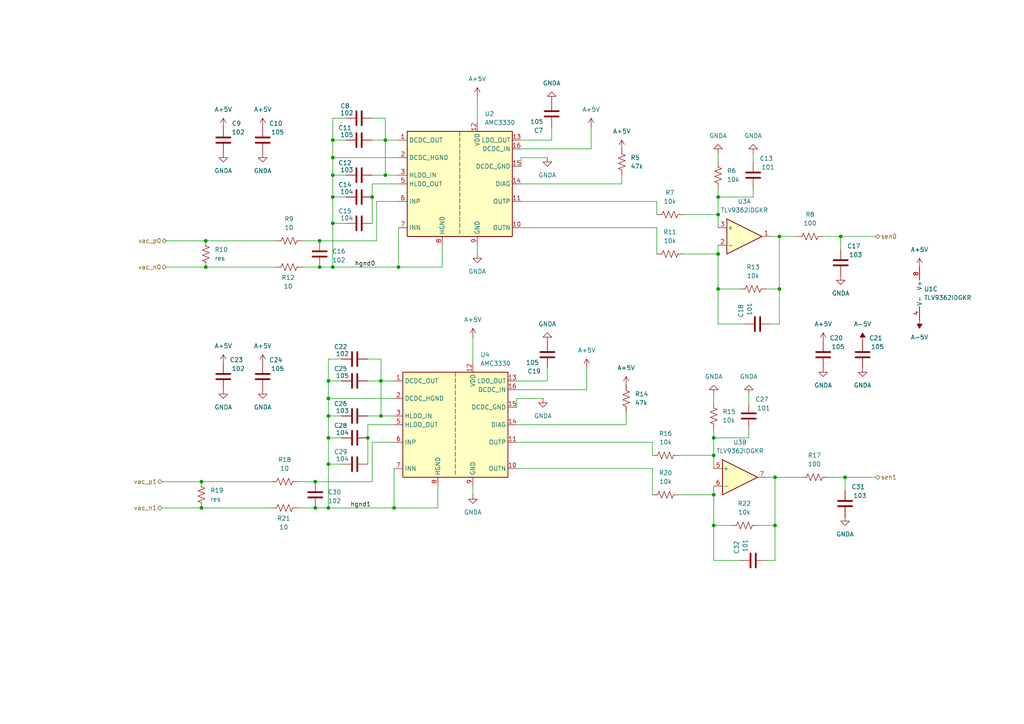
<source format=kicad_sch>
(kicad_sch (version 20250114) (generator "eeschema") (generator_version "9.0")
  (paper "A4")
  (lib_symbols
    (symbol "Isolator_Analog:AMC3330"
      (property "Reference" "U" (at -1.27 22.86 0))
      (property "Value" "AMC3330" (at 0 20.32 0))
      (symbol "AMC3330_0_1"
        (rectangle (start -15.24 15.24) (end 15.24 -15.24) (stroke (width 0.254)) (fill (type background)))
        (polyline (pts (xy 0 15.24) (xy 0 13.97)))
        (polyline (pts (xy 0 13.462) (xy 0 12.192)))
        (polyline (pts (xy 0 11.684) (xy 0 10.414)))
        (polyline (pts (xy 0 9.906) (xy 0 8.636)))
        (polyline (pts (xy 0 8.128) (xy 0 6.858)))
        (polyline (pts (xy 0 6.35) (xy 0 5.08)))
        (polyline (pts (xy 0 4.572) (xy 0 3.302)))
        (polyline (pts (xy 0 2.794) (xy 0 1.524)))
        (polyline (pts (xy 0 1.016) (xy 0 -0.254)))
        (polyline (pts (xy 0 -0.762) (xy 0 -2.032)))
        (polyline (pts (xy 0 -2.54) (xy 0 -3.81)))
        (polyline (pts (xy 0 -4.318) (xy 0 -5.588)))
        (polyline (pts (xy 0 -6.096) (xy 0 -7.366)))
        (polyline (pts (xy 0 -7.874) (xy 0 -9.144)))
        (polyline (pts (xy 0 -9.652) (xy 0 -10.922)))
        (polyline (pts (xy 0 -11.43) (xy 0 -12.7)))
        (polyline (pts (xy 0 -13.208) (xy 0 -14.478)))
      )
      (symbol "AMC3330_1_1"
        (pin power_out line (at -17.78 12.7 0) (length 2.54) (name "DCDC_OUT") (number "1"))
        (pin power_out line (at -17.78 7.62 0) (length 2.54) (name "DCDC_HGND") (number "2"))
        (pin power_in line (at -17.78 2.54 0) (length 2.54) (name "HLDO_IN") (number "3"))
        (pin power_out line (at -17.78 0 0) (length 2.54) (name "HLDO_OUT") (number "5"))
        (pin input line (at -17.78 -5.08 0) (length 2.54) (name "INP") (number "6"))
        (pin input line (at -17.78 -12.7 0) (length 2.54) (name "INN") (number "7"))
        (pin no_connect line (at -7.62 -15.24 90) (length 2.54) (hide yes) (name "NC") (number "4"))
        (pin power_in line (at -5.08 -17.78 90) (length 2.54) (name "HGND") (number "8"))
        (pin power_in line (at 5.08 17.78 270) (length 2.54) (name "VDD") (number "12"))
        (pin power_in line (at 5.08 -17.78 90) (length 2.54) (name "GND") (number "9"))
        (pin power_out line (at 17.78 12.7 180) (length 2.54) (name "LDO_OUT") (number "13"))
        (pin power_in line (at 17.78 10.16 180) (length 2.54) (name "DCDC_IN") (number "16"))
        (pin power_in line (at 17.78 5.08 180) (length 2.54) (name "DCDC_GND") (number "15"))
        (pin output line (at 17.78 0 180) (length 2.54) (name "DIAG") (number "14"))
        (pin output line (at 17.78 -5.08 180) (length 2.54) (name "OUTP") (number "11"))
        (pin output line (at 17.78 -12.7 180) (length 2.54) (name "OUTN") (number "10"))
      )
    )
    (symbol "common:C" (pin_numbers (hide yes)) (pin_names (offset 0.254))
      (property "Reference" "C" (at 0.635 2.54 0))
      (property "Value" "C" (at 0.635 -2.54 0))
      (symbol "C_0_1"
        (polyline (pts (xy -2.032 0.762) (xy 2.032 0.762)) (stroke (width 0.508)))
        (polyline (pts (xy -2.032 -0.762) (xy 2.032 -0.762)) (stroke (width 0.508)))
      )
      (symbol "C_1_1"
        (pin passive line (at 0 3.81 270) (length 2.794) (name "~") (number "1"))
        (pin passive line (at 0 -3.81 90) (length 2.794) (name "~") (number "2"))
      )
    )
    (symbol "common:OPAMP_2CH" (pin_names (offset 0.127))
      (property "Reference" "U" (at 0 5.08 0))
      (property "Value" "OPAMP_2CH" (at 0 -5.08 0))
      (symbol "OPAMP_2CH_1_1"
        (polyline (pts (xy -5.08 5.08) (xy 5.08 0) (xy -5.08 -5.08) (xy -5.08 5.08)) (stroke (width 0.254)) (fill (type background)))
        (pin input line (at -7.62 2.54 0) (length 2.54) (name "+") (number "3"))
        (pin input line (at -7.62 -2.54 0) (length 2.54) (name "-") (number "2"))
        (pin output line (at 7.62 0 180) (length 2.54) (name "~") (number "1"))
      )
      (symbol "OPAMP_2CH_2_1"
        (polyline (pts (xy -5.08 5.08) (xy 5.08 0) (xy -5.08 -5.08) (xy -5.08 5.08)) (stroke (width 0.254)) (fill (type background)))
        (pin input line (at -7.62 2.54 0) (length 2.54) (name "+") (number "5"))
        (pin input line (at -7.62 -2.54 0) (length 2.54) (name "-") (number "6"))
        (pin output line (at 7.62 0 180) (length 2.54) (name "~") (number "7"))
      )
      (symbol "OPAMP_2CH_3_1"
        (pin power_in line (at -2.54 7.62 270) (length 3.81) (name "V+") (number "8"))
        (pin power_in line (at -2.54 -7.62 90) (length 3.81) (name "V-") (number "4"))
      )
    )
    (symbol "common:R_US" (pin_numbers (hide yes)) (pin_names (offset 0))
      (property "Reference" "R" (at 2.54 0 90))
      (property "Value" "R_US" (at -2.54 0 90))
      (symbol "R_US_0_1"
        (polyline (pts (xy 0 2.286) (xy 0 2.54)))
        (polyline (pts (xy 0 2.286) (xy 1.016 1.905) (xy 0 1.524) (xy -1.016 1.143) (xy 0 0.762)))
        (polyline (pts (xy 0 0.762) (xy 1.016 0.381) (xy 0 0) (xy -1.016 -0.381) (xy 0 -0.762)))
        (polyline (pts (xy 0 -0.762) (xy 1.016 -1.143) (xy 0 -1.524) (xy -1.016 -1.905) (xy 0 -2.286)))
        (polyline (pts (xy 0 -2.286) (xy 0 -2.54)))
      )
      (symbol "R_US_1_1"
        (pin passive line (at 0 3.81 270) (length 1.27) (name "~") (number "1"))
        (pin passive line (at 0 -3.81 90) (length 1.27) (name "~") (number "2"))
      )
    )
    (symbol "power:+5V" (power) (pin_numbers (hide yes)) (pin_names (offset 0) (hide yes))
      (property "Value" "+5V" (at 0 3.556 0))
      (symbol "+5V_0_1"
        (polyline (pts (xy -0.762 1.27) (xy 0 2.54)))
        (polyline (pts (xy 0 2.54) (xy 0.762 1.27)))
        (polyline (pts (xy 0 0) (xy 0 2.54)))
      )
      (symbol "+5V_1_1"
        (pin power_in line (at 0 0 90) (length 0) (name "~") (number "1"))
      )
    )
    (symbol "power:-5V" (power) (pin_numbers (hide yes)) (pin_names (offset 0) (hide yes))
      (property "Value" "-5V" (at 0 3.556 0))
      (symbol "-5V_0_0"
        (pin power_in line (at 0 0 90) (length 0) (name "~") (number "1"))
      )
      (symbol "-5V_0_1"
        (polyline (pts (xy 0 0) (xy 0 1.27) (xy 0.762 1.27) (xy 0 2.54) (xy -0.762 1.27) (xy 0 1.27)) (fill (type outline)))
      )
    )
    (symbol "power:GNDA" (power) (pin_numbers (hide yes)) (pin_names (offset 0) (hide yes))
      (property "Value" "GNDA" (at 0 -3.81 0))
      (symbol "GNDA_0_1"
        (polyline (pts (xy 0 0) (xy 0 -1.27) (xy 1.27 -1.27) (xy 0 -2.54) (xy -1.27 -1.27) (xy 0 -1.27)))
      )
      (symbol "GNDA_1_1"
        (pin power_in line (at 0 0 270) (length 0) (name "~") (number "1"))
      )
    )
  )
  (junction (at 207.01 127))
  (junction (at 59.69 77.47))
  (junction (at 59.69 69.85))
  (junction (at 207.01 132.08))
  (junction (at 96.52 57.15))
  (junction (at 96.52 77.47))
  (junction (at 91.44 139.7))
  (junction (at 95.25 110.49))
  (junction (at 58.42 139.7))
  (junction (at 92.71 69.85))
  (junction (at 224.79 138.43))
  (junction (at 111.76 50.8))
  (junction (at 95.25 134.62))
  (junction (at 226.06 83.82))
  (junction (at 95.25 115.57))
  (junction (at 243.84 68.58))
  (junction (at 92.71 77.47))
  (junction (at 110.49 120.65))
  (junction (at 96.52 50.8))
  (junction (at 245.11 138.43))
  (junction (at 107.95 57.15))
  (junction (at 114.3 147.32))
  (junction (at 115.57 77.47))
  (junction (at 208.28 83.82))
  (junction (at 111.76 40.64))
  (junction (at 95.25 120.65))
  (junction (at 96.52 64.77))
  (junction (at 58.42 147.32))
  (junction (at 224.79 152.4))
  (junction (at 110.49 110.49))
  (junction (at 208.28 73.66))
  (junction (at 96.52 45.72))
  (junction (at 207.01 152.4))
  (junction (at 91.44 147.32))
  (junction (at 96.52 40.64))
  (junction (at 95.25 127))
  (junction (at 208.28 57.15))
  (junction (at 207.01 143.51))
  (junction (at 106.68 127))
  (junction (at 208.28 62.23))
  (junction (at 226.06 68.58))
  (junction (at 95.25 147.32))
  (wire (pts (xy 207.01 114.3) (xy 207.01 116.84)))
  (wire (pts (xy 219.71 152.4) (xy 224.79 152.4)))
  (wire (pts (xy 149.86 128.27) (xy 189.23 128.27)))
  (wire (pts (xy 86.36 147.32) (xy 91.44 147.32)))
  (wire (pts (xy 100.33 64.77) (xy 96.52 64.77)))
  (wire (pts (xy 190.5 66.04) (xy 190.5 73.66)))
  (wire (pts (xy 95.25 120.65) (xy 95.25 115.57)))
  (wire (pts (xy 96.52 64.77) (xy 96.52 57.15)))
  (wire (pts (xy 218.44 44.45) (xy 218.44 46.99)))
  (wire (pts (xy 137.16 140.97) (xy 137.16 143.51)))
  (wire (pts (xy 245.11 138.43) (xy 254 138.43)))
  (wire (pts (xy 128.27 71.12) (xy 128.27 77.47)))
  (wire (pts (xy 58.42 147.32) (xy 78.74 147.32)))
  (wire (pts (xy 95.25 127) (xy 95.25 120.65)))
  (wire (pts (xy 226.06 68.58) (xy 231.14 68.58)))
  (wire (pts (xy 107.95 53.34) (xy 107.95 57.15)))
  (wire (pts (xy 151.13 40.64) (xy 160.02 40.64)))
  (wire (pts (xy 190.5 58.42) (xy 190.5 62.23)))
  (wire (pts (xy 226.06 93.98) (xy 226.06 83.82)))
  (wire (pts (xy 91.44 139.7) (xy 107.95 139.7)))
  (wire (pts (xy 224.79 138.43) (xy 232.41 138.43)))
  (wire (pts (xy 86.36 139.7) (xy 91.44 139.7)))
  (wire (pts (xy 215.9 93.98) (xy 208.28 93.98)))
  (wire (pts (xy 151.13 45.72) (xy 151.13 48.26)))
  (wire (pts (xy 95.25 104.14) (xy 95.25 110.49)))
  (wire (pts (xy 107.95 57.15) (xy 107.95 64.77)))
  (wire (pts (xy 137.16 97.79) (xy 137.16 105.41)))
  (wire (pts (xy 149.86 113.03) (xy 170.18 113.03)))
  (wire (pts (xy 151.13 53.34) (xy 180.34 53.34)))
  (wire (pts (xy 180.34 50.8) (xy 180.34 53.34)))
  (wire (pts (xy 214.63 162.56) (xy 207.01 162.56)))
  (wire (pts (xy 96.52 40.64) (xy 100.33 40.64)))
  (wire (pts (xy 111.76 50.8) (xy 115.57 50.8)))
  (wire (pts (xy 196.85 132.08) (xy 207.01 132.08)))
  (wire (pts (xy 110.49 104.14) (xy 110.49 110.49)))
  (wire (pts (xy 208.28 44.45) (xy 208.28 46.99)))
  (wire (pts (xy 198.12 73.66) (xy 208.28 73.66)))
  (wire (pts (xy 222.25 162.56) (xy 224.79 162.56)))
  (wire (pts (xy 96.52 45.72) (xy 96.52 40.64)))
  (wire (pts (xy 196.85 143.51) (xy 207.01 143.51)))
  (wire (pts (xy 217.17 124.46) (xy 217.17 127)))
  (wire (pts (xy 114.3 135.89) (xy 114.3 147.32)))
  (wire (pts (xy 208.28 62.23) (xy 208.28 66.04)))
  (wire (pts (xy 111.76 34.29) (xy 111.76 40.64)))
  (wire (pts (xy 100.33 50.8) (xy 96.52 50.8)))
  (wire (pts (xy 171.45 43.18) (xy 171.45 36.83)))
  (wire (pts (xy 149.86 123.19) (xy 181.61 123.19)))
  (wire (pts (xy 100.33 34.29) (xy 96.52 34.29)))
  (wire (pts (xy 95.25 147.32) (xy 114.3 147.32)))
  (wire (pts (xy 245.11 138.43) (xy 245.11 142.24)))
  (wire (pts (xy 223.52 93.98) (xy 226.06 93.98)))
  (wire (pts (xy 115.57 53.34) (xy 107.95 53.34)))
  (wire (pts (xy 224.79 162.56) (xy 224.79 152.4)))
  (wire (pts (xy 207.01 132.08) (xy 207.01 135.89)))
  (wire (pts (xy 115.57 58.42) (xy 109.22 58.42)))
  (wire (pts (xy 207.01 152.4) (xy 207.01 143.51)))
  (wire (pts (xy 207.01 143.51) (xy 207.01 140.97)))
  (wire (pts (xy 46.99 139.7) (xy 58.42 139.7)))
  (wire (pts (xy 106.68 120.65) (xy 110.49 120.65)))
  (wire (pts (xy 151.13 58.42) (xy 190.5 58.42)))
  (wire (pts (xy 158.75 110.49) (xy 158.75 106.68)))
  (wire (pts (xy 96.52 64.77) (xy 96.52 77.47)))
  (wire (pts (xy 207.01 162.56) (xy 207.01 152.4)))
  (wire (pts (xy 96.52 50.8) (xy 96.52 45.72)))
  (wire (pts (xy 224.79 152.4) (xy 224.79 138.43)))
  (wire (pts (xy 208.28 57.15) (xy 208.28 62.23)))
  (wire (pts (xy 208.28 83.82) (xy 208.28 73.66)))
  (wire (pts (xy 95.25 115.57) (xy 95.25 110.49)))
  (wire (pts (xy 138.43 27.94) (xy 138.43 35.56)))
  (wire (pts (xy 198.12 62.23) (xy 208.28 62.23)))
  (wire (pts (xy 99.06 104.14) (xy 95.25 104.14)))
  (wire (pts (xy 48.26 69.85) (xy 59.69 69.85)))
  (wire (pts (xy 149.86 115.57) (xy 149.86 118.11)))
  (wire (pts (xy 243.84 68.58) (xy 254 68.58)))
  (wire (pts (xy 95.25 110.49) (xy 99.06 110.49)))
  (wire (pts (xy 58.42 139.7) (xy 78.74 139.7)))
  (wire (pts (xy 110.49 120.65) (xy 114.3 120.65)))
  (wire (pts (xy 151.13 45.72) (xy 158.75 45.72)))
  (wire (pts (xy 151.13 66.04) (xy 190.5 66.04)))
  (wire (pts (xy 110.49 110.49) (xy 114.3 110.49)))
  (wire (pts (xy 189.23 135.89) (xy 189.23 143.51)))
  (wire (pts (xy 107.95 40.64) (xy 111.76 40.64)))
  (wire (pts (xy 96.52 57.15) (xy 96.52 50.8)))
  (wire (pts (xy 218.44 57.15) (xy 208.28 57.15)))
  (wire (pts (xy 107.95 128.27) (xy 107.95 139.7)))
  (wire (pts (xy 91.44 147.32) (xy 95.25 147.32)))
  (wire (pts (xy 208.28 93.98) (xy 208.28 83.82)))
  (wire (pts (xy 99.06 120.65) (xy 95.25 120.65)))
  (wire (pts (xy 95.25 127) (xy 99.06 127)))
  (wire (pts (xy 115.57 45.72) (xy 96.52 45.72)))
  (wire (pts (xy 107.95 50.8) (xy 111.76 50.8)))
  (wire (pts (xy 214.63 83.82) (xy 208.28 83.82)))
  (wire (pts (xy 106.68 127) (xy 106.68 134.62)))
  (wire (pts (xy 218.44 54.61) (xy 218.44 57.15)))
  (wire (pts (xy 114.3 128.27) (xy 107.95 128.27)))
  (wire (pts (xy 128.27 77.47) (xy 115.57 77.47)))
  (wire (pts (xy 160.02 40.64) (xy 160.02 36.83)))
  (wire (pts (xy 46.99 147.32) (xy 58.42 147.32)))
  (wire (pts (xy 95.25 134.62) (xy 95.25 147.32)))
  (wire (pts (xy 59.69 69.85) (xy 80.01 69.85)))
  (wire (pts (xy 106.68 123.19) (xy 106.68 127)))
  (wire (pts (xy 106.68 110.49) (xy 110.49 110.49)))
  (wire (pts (xy 226.06 83.82) (xy 226.06 68.58)))
  (wire (pts (xy 149.86 135.89) (xy 189.23 135.89)))
  (wire (pts (xy 217.17 127) (xy 207.01 127)))
  (wire (pts (xy 226.06 68.58) (xy 223.52 68.58)))
  (wire (pts (xy 138.43 71.12) (xy 138.43 73.66)))
  (wire (pts (xy 111.76 40.64) (xy 111.76 50.8)))
  (wire (pts (xy 109.22 58.42) (xy 109.22 69.85)))
  (wire (pts (xy 208.28 54.61) (xy 208.28 57.15)))
  (wire (pts (xy 92.71 69.85) (xy 109.22 69.85)))
  (wire (pts (xy 149.86 115.57) (xy 157.48 115.57)))
  (wire (pts (xy 151.13 43.18) (xy 171.45 43.18)))
  (wire (pts (xy 208.28 73.66) (xy 208.28 71.12)))
  (wire (pts (xy 217.17 114.3) (xy 217.17 116.84)))
  (wire (pts (xy 106.68 104.14) (xy 110.49 104.14)))
  (wire (pts (xy 181.61 119.38) (xy 181.61 123.19)))
  (wire (pts (xy 96.52 34.29) (xy 96.52 40.64)))
  (wire (pts (xy 107.95 34.29) (xy 111.76 34.29)))
  (wire (pts (xy 59.69 77.47) (xy 80.01 77.47)))
  (wire (pts (xy 99.06 134.62) (xy 95.25 134.62)))
  (wire (pts (xy 207.01 124.46) (xy 207.01 127)))
  (wire (pts (xy 96.52 57.15) (xy 100.33 57.15)))
  (wire (pts (xy 95.25 134.62) (xy 95.25 127)))
  (wire (pts (xy 96.52 77.47) (xy 115.57 77.47)))
  (wire (pts (xy 48.26 77.47) (xy 59.69 77.47)))
  (wire (pts (xy 115.57 66.04) (xy 115.57 77.47)))
  (wire (pts (xy 114.3 123.19) (xy 106.68 123.19)))
  (wire (pts (xy 243.84 68.58) (xy 243.84 72.39)))
  (wire (pts (xy 114.3 115.57) (xy 95.25 115.57)))
  (wire (pts (xy 111.76 40.64) (xy 115.57 40.64)))
  (wire (pts (xy 127 140.97) (xy 127 147.32)))
  (wire (pts (xy 212.09 152.4) (xy 207.01 152.4)))
  (wire (pts (xy 207.01 127) (xy 207.01 132.08)))
  (wire (pts (xy 87.63 77.47) (xy 92.71 77.47)))
  (wire (pts (xy 240.03 138.43) (xy 245.11 138.43)))
  (wire (pts (xy 189.23 128.27) (xy 189.23 132.08)))
  (wire (pts (xy 222.25 83.82) (xy 226.06 83.82)))
  (wire (pts (xy 170.18 113.03) (xy 170.18 106.68)))
  (wire (pts (xy 224.79 138.43) (xy 222.25 138.43)))
  (wire (pts (xy 87.63 69.85) (xy 92.71 69.85)))
  (wire (pts (xy 149.86 110.49) (xy 158.75 110.49)))
  (wire (pts (xy 110.49 110.49) (xy 110.49 120.65)))
  (wire (pts (xy 92.71 77.47) (xy 96.52 77.47)))
  (wire (pts (xy 127 147.32) (xy 114.3 147.32)))
  (wire (pts (xy 238.76 68.58) (xy 243.84 68.58)))
  (label "hgnd0" (at 102.87 77.47 0))
  (label "hgnd1" (at 101.6 147.32 0))
  (hierarchical_label "vac_n0" (shape bidirectional) (at 48.26 77.47 180))
  (hierarchical_label "vac_p1" (shape bidirectional) (at 46.99 139.7 180))
  (hierarchical_label "vac_p0" (shape bidirectional) (at 48.26 69.85 180))
  (hierarchical_label "vac_n1" (shape bidirectional) (at 46.99 147.32 180))
  (hierarchical_label "sen1" (shape bidirectional) (at 254 138.43 0))
  (hierarchical_label "sen0" (shape bidirectional) (at 254 68.58 0))
  (symbol (lib_id "common:R_US") (at 58.42 143.51 180) (unit 1)
    (property "Reference" "R19" (at 60.96 142.2399 0) (effects (justify right)))
    (property "Value" "res" (at 60.96 144.7799 0) (effects (justify right)))
    (property "Footprint" "Resistor_SMD:R_0603_1608Metric" (effects (hide yes)))
    (property "Description" "Resistor, US symbol" (effects (hide yes)))
  )
  (symbol (lib_id "common:C") (at 104.14 57.15 90) (unit 1)
    (property "Reference" "C14" (at 100.076 53.594 90))
    (property "Value" "104" (at 100.584 55.626 90))
    (property "Footprint" "Capacitor_SMD:C_0603_1608Metric" (effects (hide yes)))
    (property "Description" "Unpolarized capacitor" (effects (hide yes)))
    (property "Part Number" "any" (effects (hide yes)))
    (property "Manufacturer" "any" (effects (hide yes)))
  )
  (symbol (lib_id "common:C") (at 218.44 50.8 0) (unit 1)
    (property "Reference" "C13" (at 222.25 45.974 0))
    (property "Value" "101" (at 222.758 48.514 0))
    (property "Footprint" "Capacitor_SMD:C_0603_1608Metric" (effects (hide yes)))
    (property "Description" "Unpolarized capacitor" (effects (hide yes)))
    (property "Part Number" "any" (effects (hide yes)))
    (property "Manufacturer" "any" (effects (hide yes)))
  )
  (symbol (lib_id "common:R_US") (at 194.31 62.23 90) (unit 1)
    (property "Reference" "R7" (at 194.31 55.88 90))
    (property "Value" "10k" (at 194.31 58.42 90))
    (property "Footprint" "Resistor_SMD:R_0603_1608Metric" (effects (hide yes)))
    (property "Description" "Resistor, US symbol" (effects (hide yes)))
  )
  (symbol (lib_id "common:R_US") (at 83.82 69.85 90) (unit 1)
    (property "Reference" "R9" (at 83.82 63.5 90))
    (property "Value" "10" (at 83.82 66.04 90))
    (property "Footprint" "Resistor_SMD:R_0603_1608Metric" (effects (hide yes)))
    (property "Description" "Resistor, US symbol" (effects (hide yes)))
  )
  (symbol (lib_id "common:C") (at 238.76 102.87 0) (unit 1)
    (property "Reference" "C20" (at 242.57 98.044 0))
    (property "Value" "105" (at 243.078 100.584 0))
    (property "Footprint" "Capacitor_SMD:C_0603_1608Metric" (effects (hide yes)))
    (property "Description" "Unpolarized capacitor" (effects (hide yes)))
    (property "Part Number" "any" (effects (hide yes)))
    (property "Manufacturer" "any" (effects (hide yes)))
  )
  (symbol (lib_id "power:GNDA") (at 208.28 44.45 180) (unit 1)
    (property "Reference" "#PWR026" (effects (hide yes)))
    (property "Value" "GNDA" (at 208.28 39.37 0))
    (property "Description" "Power symbol creates a global label with name \"GNDA\" , analog ground" (effects (hide yes)))
  )
  (symbol (lib_id "common:R_US") (at 218.44 83.82 90) (unit 1)
    (property "Reference" "R13" (at 218.44 77.47 90))
    (property "Value" "10k" (at 218.44 80.01 90))
    (property "Footprint" "Resistor_SMD:R_0603_1608Metric" (effects (hide yes)))
    (property "Description" "Resistor, US symbol" (effects (hide yes)))
  )
  (symbol (lib_id "power:GNDA") (at 217.17 114.3 180) (unit 1)
    (property "Reference" "#PWR046" (effects (hide yes)))
    (property "Value" "GNDA" (at 217.17 109.22 0))
    (property "Description" "Power symbol creates a global label with name \"GNDA\" , analog ground" (effects (hide yes)))
  )
  (symbol (lib_id "common:C") (at 76.2 109.22 0) (unit 1)
    (property "Reference" "C24" (at 80.01 104.394 0))
    (property "Value" "105" (at 80.518 106.934 0))
    (property "Footprint" "Capacitor_SMD:C_0603_1608Metric" (effects (hide yes)))
    (property "Description" "Unpolarized capacitor" (effects (hide yes)))
    (property "Part Number" "any" (effects (hide yes)))
    (property "Manufacturer" "any" (effects (hide yes)))
  )
  (symbol (lib_id "power:+5V") (at 171.45 36.83 0) (unit 1)
    (property "Reference" "#PWR022" (effects (hide yes)))
    (property "Value" "A+5V" (at 171.45 31.75 0))
    (property "Description" "Power symbol creates a global label with name \"+5V\"" (effects (hide yes)))
  )
  (symbol (lib_id "Isolator_Analog:AMC3330") (at 133.35 53.34 0) (unit 1)
    (property "Reference" "U2" (at 140.5733 33.02 0) (effects (justify left)))
    (property "Value" "AMC3330" (at 140.5733 35.56 0) (effects (justify left)))
    (property "Footprint" "Package_SO:SOIC-16W_7.5x10.3mm_P1.27mm" (effects (hide yes)))
    (property "Datasheet" "https://www.ti.com/lit/ds/symlink/amc3330.pdf" (effects (hide yes)))
    (property "Description" "Reinforced Isolated Amplifier With Integrated DC/DC Converter, SOIC-16W" (effects (hide yes)))
  )
  (symbol (lib_id "power:+5V") (at 64.77 36.83 0) (unit 1)
    (property "Reference" "#PWR020" (effects (hide yes)))
    (property "Value" "A+5V" (at 64.77 31.75 0))
    (property "Description" "Power symbol creates a global label with name \"+5V\"" (effects (hide yes)))
  )
  (symbol (lib_id "common:C") (at 104.14 34.29 90) (unit 1)
    (property "Reference" "C8" (at 100.076 30.734 90))
    (property "Value" "102" (at 100.584 32.766 90))
    (property "Footprint" "Capacitor_SMD:C_0603_1608Metric" (effects (hide yes)))
    (property "Description" "Unpolarized capacitor" (effects (hide yes)))
    (property "Part Number" "any" (effects (hide yes)))
    (property "Manufacturer" "any" (effects (hide yes)))
  )
  (symbol (lib_id "power:+5V") (at 180.34 43.18 0) (unit 1)
    (property "Reference" "#PWR023" (effects (hide yes)))
    (property "Value" "A+5V" (at 180.34 38.1 0))
    (property "Description" "Power symbol creates a global label with name \"+5V\"" (effects (hide yes)))
  )
  (symbol (lib_id "common:R_US") (at 82.55 139.7 90) (unit 1)
    (property "Reference" "R18" (at 82.55 133.35 90))
    (property "Value" "10" (at 82.55 135.89 90))
    (property "Footprint" "Resistor_SMD:R_0603_1608Metric" (effects (hide yes)))
    (property "Description" "Resistor, US symbol" (effects (hide yes)))
  )
  (symbol (lib_id "power:GNDA") (at 160.02 29.21 180) (unit 1)
    (property "Reference" "#PWR019" (effects (hide yes)))
    (property "Value" "GNDA" (at 160.02 24.13 0))
    (property "Description" "Power symbol creates a global label with name \"GNDA\" , analog ground" (effects (hide yes)))
  )
  (symbol (lib_id "common:C") (at 91.44 143.51 180) (unit 1)
    (property "Reference" "C30" (at 97.028 142.748 0))
    (property "Value" "102" (at 97.028 145.288 0))
    (property "Footprint" "Capacitor_SMD:C_0603_1608Metric" (effects (hide yes)))
    (property "Description" "Unpolarized capacitor" (effects (hide yes)))
    (property "Part Number" "any" (effects (hide yes)))
    (property "Manufacturer" "any" (effects (hide yes)))
  )
  (symbol (lib_id "common:R_US") (at 83.82 77.47 90) (unit 1)
    (property "Reference" "R12" (at 83.566 80.518 90))
    (property "Value" "10" (at 83.566 83.058 90))
    (property "Footprint" "Resistor_SMD:R_0603_1608Metric" (effects (hide yes)))
    (property "Description" "Resistor, US symbol" (effects (hide yes)))
  )
  (symbol (lib_id "common:R_US") (at 181.61 115.57 0) (unit 1)
    (property "Reference" "R14" (at 184.15 114.2999 0) (effects (justify left)))
    (property "Value" "47k" (at 184.15 116.8399 0) (effects (justify left)))
    (property "Footprint" "Resistor_SMD:R_0603_1608Metric" (effects (hide yes)))
    (property "Description" "Resistor, US symbol" (effects (hide yes)))
  )
  (symbol (lib_id "common:C") (at 104.14 40.64 90) (unit 1)
    (property "Reference" "C11" (at 100.076 37.084 90))
    (property "Value" "105" (at 100.584 39.116 90))
    (property "Footprint" "Capacitor_SMD:C_0603_1608Metric" (effects (hide yes)))
    (property "Description" "Unpolarized capacitor" (effects (hide yes)))
    (property "Part Number" "any" (effects (hide yes)))
    (property "Manufacturer" "any" (effects (hide yes)))
  )
  (symbol (lib_id "power:+5V") (at 137.16 97.79 0) (unit 1)
    (property "Reference" "#PWR033" (effects (hide yes)))
    (property "Value" "A+5V" (at 137.16 92.71 0))
    (property "Description" "Power symbol creates a global label with name \"+5V\"" (effects (hide yes)))
  )
  (symbol (lib_id "power:-5V") (at 250.19 99.06 0) (unit 1)
    (property "Reference" "#PWR036" (effects (hide yes)))
    (property "Value" "A-5V" (at 250.19 93.98 0))
    (property "Description" "Power symbol creates a global label with name \"-5V\"" (effects (hide yes)))
  )
  (symbol (lib_id "power:GNDA") (at 157.48 115.57 0) (unit 1)
    (property "Reference" "#PWR047" (effects (hide yes)))
    (property "Value" "GNDA" (at 157.48 120.65 0))
    (property "Description" "Power symbol creates a global label with name \"GNDA\" , analog ground" (effects (hide yes)))
  )
  (symbol (lib_id "common:C") (at 102.87 104.14 90) (unit 1)
    (property "Reference" "C22" (at 98.806 100.584 90))
    (property "Value" "102" (at 99.314 102.616 90))
    (property "Footprint" "Capacitor_SMD:C_0603_1608Metric" (effects (hide yes)))
    (property "Description" "Unpolarized capacitor" (effects (hide yes)))
    (property "Part Number" "any" (effects (hide yes)))
    (property "Manufacturer" "any" (effects (hide yes)))
  )
  (symbol (lib_id "common:C") (at 102.87 110.49 90) (unit 1)
    (property "Reference" "C25" (at 98.806 106.934 90))
    (property "Value" "105" (at 99.314 108.966 90))
    (property "Footprint" "Capacitor_SMD:C_0603_1608Metric" (effects (hide yes)))
    (property "Description" "Unpolarized capacitor" (effects (hide yes)))
    (property "Part Number" "any" (effects (hide yes)))
    (property "Manufacturer" "any" (effects (hide yes)))
  )
  (symbol (lib_id "Isolator_Analog:AMC3330") (at 132.08 123.19 0) (unit 1)
    (property "Reference" "U4" (at 139.3033 102.87 0) (effects (justify left)))
    (property "Value" "AMC3330" (at 139.3033 105.41 0) (effects (justify left)))
    (property "Footprint" "Package_SO:SOIC-16W_7.5x10.3mm_P1.27mm" (effects (hide yes)))
    (property "Datasheet" "https://www.ti.com/lit/ds/symlink/amc3330.pdf" (effects (hide yes)))
    (property "Description" "Reinforced Isolated Amplifier With Integrated DC/DC Converter, SOIC-16W" (effects (hide yes)))
  )
  (symbol (lib_id "common:R_US") (at 207.01 120.65 180) (unit 1)
    (property "Reference" "R15" (at 209.55 119.3799 0) (effects (justify right)))
    (property "Value" "10k" (at 209.55 121.9199 0) (effects (justify right)))
    (property "Footprint" "Resistor_SMD:R_0603_1608Metric" (effects (hide yes)))
    (property "Description" "Resistor, US symbol" (effects (hide yes)))
  )
  (symbol (lib_id "common:C") (at 64.77 109.22 0) (unit 1)
    (property "Reference" "C23" (at 68.58 104.394 0))
    (property "Value" "102" (at 69.088 106.934 0))
    (property "Footprint" "Capacitor_SMD:C_0603_1608Metric" (effects (hide yes)))
    (property "Description" "Unpolarized capacitor" (effects (hide yes)))
    (property "Part Number" "any" (effects (hide yes)))
    (property "Manufacturer" "any" (effects (hide yes)))
  )
  (symbol (lib_id "common:C") (at 158.75 102.87 180) (unit 1)
    (property "Reference" "C19" (at 154.94 107.696 0))
    (property "Value" "105" (at 154.432 105.156 0))
    (property "Footprint" "Capacitor_SMD:C_0603_1608Metric" (effects (hide yes)))
    (property "Description" "Unpolarized capacitor" (effects (hide yes)))
    (property "Part Number" "any" (effects (hide yes)))
    (property "Manufacturer" "any" (effects (hide yes)))
  )
  (symbol (lib_id "common:R_US") (at 236.22 138.43 90) (unit 1)
    (property "Reference" "R17" (at 236.22 132.08 90))
    (property "Value" "100" (at 236.22 134.62 90))
    (property "Footprint" "Resistor_SMD:R_0603_1608Metric" (effects (hide yes)))
    (property "Description" "Resistor, US symbol" (effects (hide yes)))
  )
  (symbol (lib_id "common:C") (at 243.84 76.2 0) (unit 1)
    (property "Reference" "C17" (at 247.65 71.374 0))
    (property "Value" "103" (at 248.158 73.914 0))
    (property "Footprint" "Capacitor_SMD:C_0603_1608Metric" (effects (hide yes)))
    (property "Description" "Unpolarized capacitor" (effects (hide yes)))
    (property "Part Number" "any" (effects (hide yes)))
    (property "Manufacturer" "any" (effects (hide yes)))
  )
  (symbol (lib_id "common:C") (at 76.2 40.64 0) (unit 1)
    (property "Reference" "C10" (at 80.01 35.814 0))
    (property "Value" "105" (at 80.518 38.354 0))
    (property "Footprint" "Capacitor_SMD:C_0603_1608Metric" (effects (hide yes)))
    (property "Description" "Unpolarized capacitor" (effects (hide yes)))
    (property "Part Number" "any" (effects (hide yes)))
    (property "Manufacturer" "any" (effects (hide yes)))
  )
  (symbol (lib_id "power:GNDA") (at 218.44 44.45 180) (unit 1)
    (property "Reference" "#PWR027" (effects (hide yes)))
    (property "Value" "GNDA" (at 218.44 39.37 0))
    (property "Description" "Power symbol creates a global label with name \"GNDA\" , analog ground" (effects (hide yes)))
  )
  (symbol (lib_id "power:-5V") (at 266.7 92.71 180) (unit 1)
    (property "Reference" "#PWR032" (effects (hide yes)))
    (property "Value" "A-5V" (at 266.7 97.79 0))
    (property "Description" "Power symbol creates a global label with name \"-5V\"" (effects (hide yes)))
  )
  (symbol (lib_id "common:C") (at 245.11 146.05 0) (unit 1)
    (property "Reference" "C31" (at 248.92 141.224 0))
    (property "Value" "103" (at 249.428 143.764 0))
    (property "Footprint" "Capacitor_SMD:C_0603_1608Metric" (effects (hide yes)))
    (property "Description" "Unpolarized capacitor" (effects (hide yes)))
    (property "Part Number" "any" (effects (hide yes)))
    (property "Manufacturer" "any" (effects (hide yes)))
  )
  (symbol (lib_id "power:GNDA") (at 76.2 44.45 0) (unit 1)
    (property "Reference" "#PWR025" (effects (hide yes)))
    (property "Value" "GNDA" (at 76.2 49.53 0))
    (property "Description" "Power symbol creates a global label with name \"GNDA\" , analog ground" (effects (hide yes)))
  )
  (symbol (lib_id "power:GNDA") (at 76.2 113.03 0) (unit 1)
    (property "Reference" "#PWR044" (effects (hide yes)))
    (property "Value" "GNDA" (at 76.2 118.11 0))
    (property "Description" "Power symbol creates a global label with name \"GNDA\" , analog ground" (effects (hide yes)))
  )
  (symbol (lib_id "common:R_US") (at 82.55 147.32 90) (unit 1)
    (property "Reference" "R21" (at 82.296 150.368 90))
    (property "Value" "10" (at 82.296 152.908 90))
    (property "Footprint" "Resistor_SMD:R_0603_1608Metric" (effects (hide yes)))
    (property "Description" "Resistor, US symbol" (effects (hide yes)))
  )
  (symbol (lib_id "power:+5V") (at 266.7 77.47 0) (unit 1)
    (property "Reference" "#PWR030" (effects (hide yes)))
    (property "Value" "A+5V" (at 266.7 72.39 0))
    (property "Description" "Power symbol creates a global label with name \"+5V\"" (effects (hide yes)))
  )
  (symbol (lib_id "common:OPAMP_2CH") (at 269.24 85.09 0) (unit 3)
    (property "Reference" "U1" (at 267.97 83.8199 0) (effects (justify left)))
    (property "Value" "TLV9362IDGKR" (at 267.97 86.3599 0) (effects (justify left)))
    (property "Footprint" "Package_SO:VSSOP-8_3x3mm_P0.65mm" (effects (hide yes)))
    (property "Datasheet" "http://www.ti.com/lit/ds/symlink/lm358.pdf" (effects (hide yes)))
    (property "Description" "Dual Operational Amplifiers, DIP-8/SOIC-8/TSSOP-8/VSSOP-8" (effects (hide yes)))
  )
  (symbol (lib_id "common:C") (at 250.19 102.87 0) (unit 1)
    (property "Reference" "C21" (at 254 98.044 0))
    (property "Value" "105" (at 254.508 100.584 0))
    (property "Footprint" "Capacitor_SMD:C_0603_1608Metric" (effects (hide yes)))
    (property "Description" "Unpolarized capacitor" (effects (hide yes)))
    (property "Part Number" "any" (effects (hide yes)))
    (property "Manufacturer" "any" (effects (hide yes)))
  )
  (symbol (lib_id "power:GNDA") (at 158.75 45.72 0) (unit 1)
    (property "Reference" "#PWR028" (effects (hide yes)))
    (property "Value" "GNDA" (at 158.75 50.8 0))
    (property "Description" "Power symbol creates a global label with name \"GNDA\" , analog ground" (effects (hide yes)))
  )
  (symbol (lib_id "power:+5V") (at 170.18 106.68 0) (unit 1)
    (property "Reference" "#PWR039" (effects (hide yes)))
    (property "Value" "A+5V" (at 170.18 101.6 0))
    (property "Description" "Power symbol creates a global label with name \"+5V\"" (effects (hide yes)))
  )
  (symbol (lib_id "power:+5V") (at 64.77 105.41 0) (unit 1)
    (property "Reference" "#PWR037" (effects (hide yes)))
    (property "Value" "A+5V" (at 64.77 100.33 0))
    (property "Description" "Power symbol creates a global label with name \"+5V\"" (effects (hide yes)))
  )
  (symbol (lib_id "common:C") (at 104.14 50.8 90) (unit 1)
    (property "Reference" "C12" (at 100.076 47.244 90))
    (property "Value" "103" (at 100.584 49.276 90))
    (property "Footprint" "Capacitor_SMD:C_0603_1608Metric" (effects (hide yes)))
    (property "Description" "Unpolarized capacitor" (effects (hide yes)))
    (property "Part Number" "any" (effects (hide yes)))
    (property "Manufacturer" "any" (effects (hide yes)))
  )
  (symbol (lib_id "power:+5V") (at 181.61 111.76 0) (unit 1)
    (property "Reference" "#PWR042" (effects (hide yes)))
    (property "Value" "A+5V" (at 181.61 106.68 0))
    (property "Description" "Power symbol creates a global label with name \"+5V\"" (effects (hide yes)))
  )
  (symbol (lib_id "common:C") (at 104.14 64.77 90) (unit 1)
    (property "Reference" "C15" (at 100.076 61.214 90))
    (property "Value" "104" (at 100.584 63.246 90))
    (property "Footprint" "Capacitor_SMD:C_0603_1608Metric" (effects (hide yes)))
    (property "Description" "Unpolarized capacitor" (effects (hide yes)))
    (property "Part Number" "any" (effects (hide yes)))
    (property "Manufacturer" "any" (effects (hide yes)))
  )
  (symbol (lib_id "power:+5V") (at 138.43 27.94 0) (unit 1)
    (property "Reference" "#PWR018" (effects (hide yes)))
    (property "Value" "A+5V" (at 138.43 22.86 0))
    (property "Description" "Power symbol creates a global label with name \"+5V\"" (effects (hide yes)))
  )
  (symbol (lib_id "common:C") (at 218.44 162.56 90) (unit 1)
    (property "Reference" "C32" (at 213.614 158.75 0))
    (property "Value" "101" (at 216.154 158.242 0))
    (property "Footprint" "Capacitor_SMD:C_0603_1608Metric" (effects (hide yes)))
    (property "Description" "Unpolarized capacitor" (effects (hide yes)))
    (property "Part Number" "any" (effects (hide yes)))
    (property "Manufacturer" "any" (effects (hide yes)))
  )
  (symbol (lib_id "common:R_US") (at 215.9 152.4 90) (unit 1)
    (property "Reference" "R22" (at 215.9 146.05 90))
    (property "Value" "10k" (at 215.9 148.59 90))
    (property "Footprint" "Resistor_SMD:R_0603_1608Metric" (effects (hide yes)))
    (property "Description" "Resistor, US symbol" (effects (hide yes)))
  )
  (symbol (lib_id "power:GNDA") (at 243.84 80.01 0) (unit 1)
    (property "Reference" "#PWR031" (effects (hide yes)))
    (property "Value" "GNDA" (at 243.84 85.09 0))
    (property "Description" "Power symbol creates a global label with name \"GNDA\" , analog ground" (effects (hide yes)))
  )
  (symbol (lib_id "power:GNDA") (at 158.75 99.06 180) (unit 1)
    (property "Reference" "#PWR034" (effects (hide yes)))
    (property "Value" "GNDA" (at 158.75 93.98 0))
    (property "Description" "Power symbol creates a global label with name \"GNDA\" , analog ground" (effects (hide yes)))
  )
  (symbol (lib_id "power:+5V") (at 76.2 36.83 0) (unit 1)
    (property "Reference" "#PWR021" (effects (hide yes)))
    (property "Value" "A+5V" (at 76.2 31.75 0))
    (property "Description" "Power symbol creates a global label with name \"+5V\"" (effects (hide yes)))
  )
  (symbol (lib_id "common:R_US") (at 59.69 73.66 180) (unit 1)
    (property "Reference" "R10" (at 62.23 72.3899 0) (effects (justify right)))
    (property "Value" "res" (at 62.23 74.9299 0) (effects (justify right)))
    (property "Footprint" "Resistor_SMD:R_0603_1608Metric" (effects (hide yes)))
    (property "Description" "Resistor, US symbol" (effects (hide yes)))
  )
  (symbol (lib_id "power:GNDA") (at 245.11 149.86 0) (unit 1)
    (property "Reference" "#PWR049" (effects (hide yes)))
    (property "Value" "GNDA" (at 245.11 154.94 0))
    (property "Description" "Power symbol creates a global label with name \"GNDA\" , analog ground" (effects (hide yes)))
  )
  (symbol (lib_id "common:C") (at 102.87 134.62 90) (unit 1)
    (property "Reference" "C29" (at 98.806 131.064 90))
    (property "Value" "104" (at 99.314 133.096 90))
    (property "Footprint" "Capacitor_SMD:C_0603_1608Metric" (effects (hide yes)))
    (property "Description" "Unpolarized capacitor" (effects (hide yes)))
    (property "Part Number" "any" (effects (hide yes)))
    (property "Manufacturer" "any" (effects (hide yes)))
  )
  (symbol (lib_id "common:C") (at 102.87 120.65 90) (unit 1)
    (property "Reference" "C26" (at 98.806 117.094 90))
    (property "Value" "103" (at 99.314 119.126 90))
    (property "Footprint" "Capacitor_SMD:C_0603_1608Metric" (effects (hide yes)))
    (property "Description" "Unpolarized capacitor" (effects (hide yes)))
    (property "Part Number" "any" (effects (hide yes)))
    (property "Manufacturer" "any" (effects (hide yes)))
  )
  (symbol (lib_id "power:GNDA") (at 207.01 114.3 180) (unit 1)
    (property "Reference" "#PWR045" (effects (hide yes)))
    (property "Value" "GNDA" (at 207.01 109.22 0))
    (property "Description" "Power symbol creates a global label with name \"GNDA\" , analog ground" (effects (hide yes)))
  )
  (symbol (lib_id "common:C") (at 102.87 127 90) (unit 1)
    (property "Reference" "C28" (at 98.806 123.444 90))
    (property "Value" "104" (at 99.314 125.476 90))
    (property "Footprint" "Capacitor_SMD:C_0603_1608Metric" (effects (hide yes)))
    (property "Description" "Unpolarized capacitor" (effects (hide yes)))
    (property "Part Number" "any" (effects (hide yes)))
    (property "Manufacturer" "any" (effects (hide yes)))
  )
  (symbol (lib_id "common:OPAMP_2CH") (at 214.63 138.43 0) (unit 2)
    (property "Reference" "U3" (at 214.63 128.27 0))
    (property "Value" "TLV9362IDGKR" (at 214.63 130.81 0))
    (property "Footprint" "Package_SO:VSSOP-8_3x3mm_P0.65mm" (effects (hide yes)))
    (property "Datasheet" "http://www.ti.com/lit/ds/symlink/lm358.pdf" (effects (hide yes)))
    (property "Description" "Dual Operational Amplifiers, DIP-8/SOIC-8/TSSOP-8/VSSOP-8" (effects (hide yes)))
  )
  (symbol (lib_id "common:OPAMP_2CH") (at 215.9 68.58 0) (unit 1)
    (property "Reference" "U3" (at 215.9 58.42 0))
    (property "Value" "TLV9362IDGKR" (at 215.9 60.96 0))
    (property "Footprint" "Package_SO:VSSOP-8_3x3mm_P0.65mm" (effects (hide yes)))
    (property "Datasheet" "http://www.ti.com/lit/ds/symlink/lm358.pdf" (effects (hide yes)))
    (property "Description" "Dual Operational Amplifiers, DIP-8/SOIC-8/TSSOP-8/VSSOP-8" (effects (hide yes)))
  )
  (symbol (lib_id "power:+5V") (at 76.2 105.41 0) (unit 1)
    (property "Reference" "#PWR038" (effects (hide yes)))
    (property "Value" "A+5V" (at 76.2 100.33 0))
    (property "Description" "Power symbol creates a global label with name \"+5V\"" (effects (hide yes)))
  )
  (symbol (lib_id "common:C") (at 64.77 40.64 0) (unit 1)
    (property "Reference" "C9" (at 68.58 35.814 0))
    (property "Value" "102" (at 69.088 38.354 0))
    (property "Footprint" "Capacitor_SMD:C_0603_1608Metric" (effects (hide yes)))
    (property "Description" "Unpolarized capacitor" (effects (hide yes)))
    (property "Part Number" "any" (effects (hide yes)))
    (property "Manufacturer" "any" (effects (hide yes)))
  )
  (symbol (lib_id "common:R_US") (at 234.95 68.58 90) (unit 1)
    (property "Reference" "R8" (at 234.95 62.23 90))
    (property "Value" "100" (at 234.95 64.77 90))
    (property "Footprint" "Resistor_SMD:R_0603_1608Metric" (effects (hide yes)))
    (property "Description" "Resistor, US symbol" (effects (hide yes)))
  )
  (symbol (lib_id "common:C") (at 160.02 33.02 180) (unit 1)
    (property "Reference" "C7" (at 156.21 37.846 0))
    (property "Value" "105" (at 155.702 35.306 0))
    (property "Footprint" "Capacitor_SMD:C_0603_1608Metric" (effects (hide yes)))
    (property "Description" "Unpolarized capacitor" (effects (hide yes)))
    (property "Part Number" "any" (effects (hide yes)))
    (property "Manufacturer" "any" (effects (hide yes)))
  )
  (symbol (lib_id "power:GNDA") (at 64.77 113.03 0) (unit 1)
    (property "Reference" "#PWR043" (effects (hide yes)))
    (property "Value" "GNDA" (at 64.77 118.11 0))
    (property "Description" "Power symbol creates a global label with name \"GNDA\" , analog ground" (effects (hide yes)))
  )
  (symbol (lib_id "power:GNDA") (at 250.19 106.68 0) (unit 1)
    (property "Reference" "#PWR041" (effects (hide yes)))
    (property "Value" "GNDA" (at 250.19 111.76 0))
    (property "Description" "Power symbol creates a global label with name \"GNDA\" , analog ground" (effects (hide yes)))
  )
  (symbol (lib_id "power:+5V") (at 238.76 99.06 0) (unit 1)
    (property "Reference" "#PWR035" (effects (hide yes)))
    (property "Value" "A+5V" (at 238.76 93.98 0))
    (property "Description" "Power symbol creates a global label with name \"+5V\"" (effects (hide yes)))
  )
  (symbol (lib_id "power:GNDA") (at 138.43 73.66 0) (unit 1)
    (property "Reference" "#PWR029" (effects (hide yes)))
    (property "Value" "GNDA" (at 138.43 78.74 0))
    (property "Description" "Power symbol creates a global label with name \"GNDA\" , analog ground" (effects (hide yes)))
  )
  (symbol (lib_id "common:C") (at 219.71 93.98 90) (unit 1)
    (property "Reference" "C18" (at 214.884 90.17 0))
    (property "Value" "101" (at 217.424 89.662 0))
    (property "Footprint" "Capacitor_SMD:C_0603_1608Metric" (effects (hide yes)))
    (property "Description" "Unpolarized capacitor" (effects (hide yes)))
    (property "Part Number" "any" (effects (hide yes)))
    (property "Manufacturer" "any" (effects (hide yes)))
  )
  (symbol (lib_id "common:R_US") (at 180.34 46.99 0) (unit 1)
    (property "Reference" "R5" (at 182.88 45.7199 0) (effects (justify left)))
    (property "Value" "47k" (at 182.88 48.2599 0) (effects (justify left)))
    (property "Footprint" "Resistor_SMD:R_0603_1608Metric" (effects (hide yes)))
    (property "Description" "Resistor, US symbol" (effects (hide yes)))
  )
  (symbol (lib_id "power:GNDA") (at 64.77 44.45 0) (unit 1)
    (property "Reference" "#PWR024" (effects (hide yes)))
    (property "Value" "GNDA" (at 64.77 49.53 0))
    (property "Description" "Power symbol creates a global label with name \"GNDA\" , analog ground" (effects (hide yes)))
  )
  (symbol (lib_id "common:R_US") (at 208.28 50.8 180) (unit 1)
    (property "Reference" "R6" (at 210.82 49.5299 0) (effects (justify right)))
    (property "Value" "10k" (at 210.82 52.0699 0) (effects (justify right)))
    (property "Footprint" "Resistor_SMD:R_0603_1608Metric" (effects (hide yes)))
    (property "Description" "Resistor, US symbol" (effects (hide yes)))
  )
  (symbol (lib_id "power:GNDA") (at 137.16 143.51 0) (unit 1)
    (property "Reference" "#PWR048" (effects (hide yes)))
    (property "Value" "GNDA" (at 137.16 148.59 0))
    (property "Description" "Power symbol creates a global label with name \"GNDA\" , analog ground" (effects (hide yes)))
  )
  (symbol (lib_id "common:R_US") (at 193.04 143.51 90) (unit 1)
    (property "Reference" "R20" (at 193.04 137.16 90))
    (property "Value" "10k" (at 193.04 139.7 90))
    (property "Footprint" "Resistor_SMD:R_0603_1608Metric" (effects (hide yes)))
    (property "Description" "Resistor, US symbol" (effects (hide yes)))
  )
  (symbol (lib_id "common:C") (at 217.17 120.65 0) (unit 1)
    (property "Reference" "C27" (at 220.98 115.824 0))
    (property "Value" "101" (at 221.488 118.364 0))
    (property "Footprint" "Capacitor_SMD:C_0603_1608Metric" (effects (hide yes)))
    (property "Description" "Unpolarized capacitor" (effects (hide yes)))
    (property "Part Number" "any" (effects (hide yes)))
    (property "Manufacturer" "any" (effects (hide yes)))
  )
  (symbol (lib_id "common:C") (at 92.71 73.66 180) (unit 1)
    (property "Reference" "C16" (at 98.298 72.898 0))
    (property "Value" "102" (at 98.298 75.438 0))
    (property "Footprint" "Capacitor_SMD:C_0603_1608Metric" (effects (hide yes)))
    (property "Description" "Unpolarized capacitor" (effects (hide yes)))
    (property "Part Number" "any" (effects (hide yes)))
    (property "Manufacturer" "any" (effects (hide yes)))
  )
  (symbol (lib_id "common:R_US") (at 193.04 132.08 90) (unit 1)
    (property "Reference" "R16" (at 193.04 125.73 90))
    (property "Value" "10k" (at 193.04 128.27 90))
    (property "Footprint" "Resistor_SMD:R_0603_1608Metric" (effects (hide yes)))
    (property "Description" "Resistor, US symbol" (effects (hide yes)))
  )
  (symbol (lib_id "common:R_US") (at 194.31 73.66 90) (unit 1)
    (property "Reference" "R11" (at 194.31 67.31 90))
    (property "Value" "10k" (at 194.31 69.85 90))
    (property "Footprint" "Resistor_SMD:R_0603_1608Metric" (effects (hide yes)))
    (property "Description" "Resistor, US symbol" (effects (hide yes)))
  )
  (symbol (lib_id "power:GNDA") (at 238.76 106.68 0) (unit 1)
    (property "Reference" "#PWR040" (effects (hide yes)))
    (property "Value" "GNDA" (at 238.76 111.76 0))
    (property "Description" "Power symbol creates a global label with name \"GNDA\" , analog ground" (effects (hide yes)))
  )
)
</source>
